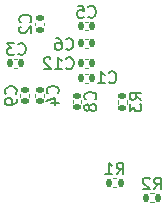
<source format=gbr>
%TF.GenerationSoftware,KiCad,Pcbnew,7.0.5-0*%
%TF.CreationDate,2023-09-08T15:05:08-04:00*%
%TF.ProjectId,rodentdbs,726f6465-6e74-4646-9273-2e6b69636164,rev?*%
%TF.SameCoordinates,Original*%
%TF.FileFunction,Legend,Bot*%
%TF.FilePolarity,Positive*%
%FSLAX46Y46*%
G04 Gerber Fmt 4.6, Leading zero omitted, Abs format (unit mm)*
G04 Created by KiCad (PCBNEW 7.0.5-0) date 2023-09-08 15:05:08*
%MOMM*%
%LPD*%
G01*
G04 APERTURE LIST*
G04 Aperture macros list*
%AMRoundRect*
0 Rectangle with rounded corners*
0 $1 Rounding radius*
0 $2 $3 $4 $5 $6 $7 $8 $9 X,Y pos of 4 corners*
0 Add a 4 corners polygon primitive as box body*
4,1,4,$2,$3,$4,$5,$6,$7,$8,$9,$2,$3,0*
0 Add four circle primitives for the rounded corners*
1,1,$1+$1,$2,$3*
1,1,$1+$1,$4,$5*
1,1,$1+$1,$6,$7*
1,1,$1+$1,$8,$9*
0 Add four rect primitives between the rounded corners*
20,1,$1+$1,$2,$3,$4,$5,0*
20,1,$1+$1,$4,$5,$6,$7,0*
20,1,$1+$1,$6,$7,$8,$9,0*
20,1,$1+$1,$8,$9,$2,$3,0*%
%AMHorizOval*
0 Thick line with rounded ends*
0 $1 width*
0 $2 $3 position (X,Y) of the first rounded end (center of the circle)*
0 $4 $5 position (X,Y) of the second rounded end (center of the circle)*
0 Add line between two ends*
20,1,$1,$2,$3,$4,$5,0*
0 Add two circle primitives to create the rounded ends*
1,1,$1,$2,$3*
1,1,$1,$4,$5*%
%AMRotRect*
0 Rectangle, with rotation*
0 The origin of the aperture is its center*
0 $1 length*
0 $2 width*
0 $3 Rotation angle, in degrees counterclockwise*
0 Add horizontal line*
21,1,$1,$2,0,0,$3*%
G04 Aperture macros list end*
%ADD10C,0.150000*%
%ADD11C,0.120000*%
%ADD12RotRect,1.000000X1.000000X243.440000*%
%ADD13HorizOval,1.000000X0.000000X0.000000X0.000000X0.000000X0*%
%ADD14RotRect,1.000000X1.000000X40.000000*%
%ADD15HorizOval,1.000000X0.000000X0.000000X0.000000X0.000000X0*%
%ADD16RotRect,1.700000X1.700000X300.000000*%
%ADD17HorizOval,1.700000X0.000000X0.000000X0.000000X0.000000X0*%
%ADD18RotRect,1.700000X1.700000X120.000000*%
%ADD19HorizOval,1.700000X0.000000X0.000000X0.000000X0.000000X0*%
%ADD20RoundRect,0.135000X0.185000X-0.135000X0.185000X0.135000X-0.185000X0.135000X-0.185000X-0.135000X0*%
%ADD21RoundRect,0.135000X0.135000X0.185000X-0.135000X0.185000X-0.135000X-0.185000X0.135000X-0.185000X0*%
%ADD22RoundRect,0.140000X0.140000X0.170000X-0.140000X0.170000X-0.140000X-0.170000X0.140000X-0.170000X0*%
%ADD23RoundRect,0.140000X0.170000X-0.140000X0.170000X0.140000X-0.170000X0.140000X-0.170000X-0.140000X0*%
%ADD24RoundRect,0.140000X-0.140000X-0.170000X0.140000X-0.170000X0.140000X0.170000X-0.140000X0.170000X0*%
%ADD25RoundRect,0.140000X-0.170000X0.140000X-0.170000X-0.140000X0.170000X-0.140000X0.170000X0.140000X0*%
G04 APERTURE END LIST*
D10*
%TO.C,R3*%
X144499819Y-131403333D02*
X144023628Y-131070000D01*
X144499819Y-130831905D02*
X143499819Y-130831905D01*
X143499819Y-130831905D02*
X143499819Y-131212857D01*
X143499819Y-131212857D02*
X143547438Y-131308095D01*
X143547438Y-131308095D02*
X143595057Y-131355714D01*
X143595057Y-131355714D02*
X143690295Y-131403333D01*
X143690295Y-131403333D02*
X143833152Y-131403333D01*
X143833152Y-131403333D02*
X143928390Y-131355714D01*
X143928390Y-131355714D02*
X143976009Y-131308095D01*
X143976009Y-131308095D02*
X144023628Y-131212857D01*
X144023628Y-131212857D02*
X144023628Y-130831905D01*
X143499819Y-131736667D02*
X143499819Y-132355714D01*
X143499819Y-132355714D02*
X143880771Y-132022381D01*
X143880771Y-132022381D02*
X143880771Y-132165238D01*
X143880771Y-132165238D02*
X143928390Y-132260476D01*
X143928390Y-132260476D02*
X143976009Y-132308095D01*
X143976009Y-132308095D02*
X144071247Y-132355714D01*
X144071247Y-132355714D02*
X144309342Y-132355714D01*
X144309342Y-132355714D02*
X144404580Y-132308095D01*
X144404580Y-132308095D02*
X144452200Y-132260476D01*
X144452200Y-132260476D02*
X144499819Y-132165238D01*
X144499819Y-132165238D02*
X144499819Y-131879524D01*
X144499819Y-131879524D02*
X144452200Y-131784286D01*
X144452200Y-131784286D02*
X144404580Y-131736667D01*
%TO.C,R2*%
X145581666Y-138984819D02*
X145914999Y-138508628D01*
X146153094Y-138984819D02*
X146153094Y-137984819D01*
X146153094Y-137984819D02*
X145772142Y-137984819D01*
X145772142Y-137984819D02*
X145676904Y-138032438D01*
X145676904Y-138032438D02*
X145629285Y-138080057D01*
X145629285Y-138080057D02*
X145581666Y-138175295D01*
X145581666Y-138175295D02*
X145581666Y-138318152D01*
X145581666Y-138318152D02*
X145629285Y-138413390D01*
X145629285Y-138413390D02*
X145676904Y-138461009D01*
X145676904Y-138461009D02*
X145772142Y-138508628D01*
X145772142Y-138508628D02*
X146153094Y-138508628D01*
X145200713Y-138080057D02*
X145153094Y-138032438D01*
X145153094Y-138032438D02*
X145057856Y-137984819D01*
X145057856Y-137984819D02*
X144819761Y-137984819D01*
X144819761Y-137984819D02*
X144724523Y-138032438D01*
X144724523Y-138032438D02*
X144676904Y-138080057D01*
X144676904Y-138080057D02*
X144629285Y-138175295D01*
X144629285Y-138175295D02*
X144629285Y-138270533D01*
X144629285Y-138270533D02*
X144676904Y-138413390D01*
X144676904Y-138413390D02*
X145248332Y-138984819D01*
X145248332Y-138984819D02*
X144629285Y-138984819D01*
%TO.C,R1*%
X142406666Y-137714819D02*
X142739999Y-137238628D01*
X142978094Y-137714819D02*
X142978094Y-136714819D01*
X142978094Y-136714819D02*
X142597142Y-136714819D01*
X142597142Y-136714819D02*
X142501904Y-136762438D01*
X142501904Y-136762438D02*
X142454285Y-136810057D01*
X142454285Y-136810057D02*
X142406666Y-136905295D01*
X142406666Y-136905295D02*
X142406666Y-137048152D01*
X142406666Y-137048152D02*
X142454285Y-137143390D01*
X142454285Y-137143390D02*
X142501904Y-137191009D01*
X142501904Y-137191009D02*
X142597142Y-137238628D01*
X142597142Y-137238628D02*
X142978094Y-137238628D01*
X141454285Y-137714819D02*
X142025713Y-137714819D01*
X141739999Y-137714819D02*
X141739999Y-136714819D01*
X141739999Y-136714819D02*
X141835237Y-136857676D01*
X141835237Y-136857676D02*
X141930475Y-136952914D01*
X141930475Y-136952914D02*
X142025713Y-137000533D01*
%TO.C,C12*%
X138143027Y-128713817D02*
X138190646Y-128761437D01*
X138190646Y-128761437D02*
X138333503Y-128809056D01*
X138333503Y-128809056D02*
X138428741Y-128809056D01*
X138428741Y-128809056D02*
X138571598Y-128761437D01*
X138571598Y-128761437D02*
X138666836Y-128666198D01*
X138666836Y-128666198D02*
X138714455Y-128570960D01*
X138714455Y-128570960D02*
X138762074Y-128380484D01*
X138762074Y-128380484D02*
X138762074Y-128237627D01*
X138762074Y-128237627D02*
X138714455Y-128047151D01*
X138714455Y-128047151D02*
X138666836Y-127951913D01*
X138666836Y-127951913D02*
X138571598Y-127856675D01*
X138571598Y-127856675D02*
X138428741Y-127809056D01*
X138428741Y-127809056D02*
X138333503Y-127809056D01*
X138333503Y-127809056D02*
X138190646Y-127856675D01*
X138190646Y-127856675D02*
X138143027Y-127904294D01*
X137190646Y-128809056D02*
X137762074Y-128809056D01*
X137476360Y-128809056D02*
X137476360Y-127809056D01*
X137476360Y-127809056D02*
X137571598Y-127951913D01*
X137571598Y-127951913D02*
X137666836Y-128047151D01*
X137666836Y-128047151D02*
X137762074Y-128094770D01*
X136809693Y-127904294D02*
X136762074Y-127856675D01*
X136762074Y-127856675D02*
X136666836Y-127809056D01*
X136666836Y-127809056D02*
X136428741Y-127809056D01*
X136428741Y-127809056D02*
X136333503Y-127856675D01*
X136333503Y-127856675D02*
X136285884Y-127904294D01*
X136285884Y-127904294D02*
X136238265Y-127999532D01*
X136238265Y-127999532D02*
X136238265Y-128094770D01*
X136238265Y-128094770D02*
X136285884Y-128237627D01*
X136285884Y-128237627D02*
X136857312Y-128809056D01*
X136857312Y-128809056D02*
X136238265Y-128809056D01*
%TO.C,C9*%
X133849790Y-130884426D02*
X133897410Y-130836807D01*
X133897410Y-130836807D02*
X133945029Y-130693950D01*
X133945029Y-130693950D02*
X133945029Y-130598712D01*
X133945029Y-130598712D02*
X133897410Y-130455855D01*
X133897410Y-130455855D02*
X133802171Y-130360617D01*
X133802171Y-130360617D02*
X133706933Y-130312998D01*
X133706933Y-130312998D02*
X133516457Y-130265379D01*
X133516457Y-130265379D02*
X133373600Y-130265379D01*
X133373600Y-130265379D02*
X133183124Y-130312998D01*
X133183124Y-130312998D02*
X133087886Y-130360617D01*
X133087886Y-130360617D02*
X132992648Y-130455855D01*
X132992648Y-130455855D02*
X132945029Y-130598712D01*
X132945029Y-130598712D02*
X132945029Y-130693950D01*
X132945029Y-130693950D02*
X132992648Y-130836807D01*
X132992648Y-130836807D02*
X133040267Y-130884426D01*
X133945029Y-131360617D02*
X133945029Y-131551093D01*
X133945029Y-131551093D02*
X133897410Y-131646331D01*
X133897410Y-131646331D02*
X133849790Y-131693950D01*
X133849790Y-131693950D02*
X133706933Y-131789188D01*
X133706933Y-131789188D02*
X133516457Y-131836807D01*
X133516457Y-131836807D02*
X133135505Y-131836807D01*
X133135505Y-131836807D02*
X133040267Y-131789188D01*
X133040267Y-131789188D02*
X132992648Y-131741569D01*
X132992648Y-131741569D02*
X132945029Y-131646331D01*
X132945029Y-131646331D02*
X132945029Y-131455855D01*
X132945029Y-131455855D02*
X132992648Y-131360617D01*
X132992648Y-131360617D02*
X133040267Y-131312998D01*
X133040267Y-131312998D02*
X133135505Y-131265379D01*
X133135505Y-131265379D02*
X133373600Y-131265379D01*
X133373600Y-131265379D02*
X133468838Y-131312998D01*
X133468838Y-131312998D02*
X133516457Y-131360617D01*
X133516457Y-131360617D02*
X133564076Y-131455855D01*
X133564076Y-131455855D02*
X133564076Y-131646331D01*
X133564076Y-131646331D02*
X133516457Y-131741569D01*
X133516457Y-131741569D02*
X133468838Y-131789188D01*
X133468838Y-131789188D02*
X133373600Y-131836807D01*
%TO.C,C8*%
X140584580Y-131373333D02*
X140632200Y-131325714D01*
X140632200Y-131325714D02*
X140679819Y-131182857D01*
X140679819Y-131182857D02*
X140679819Y-131087619D01*
X140679819Y-131087619D02*
X140632200Y-130944762D01*
X140632200Y-130944762D02*
X140536961Y-130849524D01*
X140536961Y-130849524D02*
X140441723Y-130801905D01*
X140441723Y-130801905D02*
X140251247Y-130754286D01*
X140251247Y-130754286D02*
X140108390Y-130754286D01*
X140108390Y-130754286D02*
X139917914Y-130801905D01*
X139917914Y-130801905D02*
X139822676Y-130849524D01*
X139822676Y-130849524D02*
X139727438Y-130944762D01*
X139727438Y-130944762D02*
X139679819Y-131087619D01*
X139679819Y-131087619D02*
X139679819Y-131182857D01*
X139679819Y-131182857D02*
X139727438Y-131325714D01*
X139727438Y-131325714D02*
X139775057Y-131373333D01*
X140108390Y-131944762D02*
X140060771Y-131849524D01*
X140060771Y-131849524D02*
X140013152Y-131801905D01*
X140013152Y-131801905D02*
X139917914Y-131754286D01*
X139917914Y-131754286D02*
X139870295Y-131754286D01*
X139870295Y-131754286D02*
X139775057Y-131801905D01*
X139775057Y-131801905D02*
X139727438Y-131849524D01*
X139727438Y-131849524D02*
X139679819Y-131944762D01*
X139679819Y-131944762D02*
X139679819Y-132135238D01*
X139679819Y-132135238D02*
X139727438Y-132230476D01*
X139727438Y-132230476D02*
X139775057Y-132278095D01*
X139775057Y-132278095D02*
X139870295Y-132325714D01*
X139870295Y-132325714D02*
X139917914Y-132325714D01*
X139917914Y-132325714D02*
X140013152Y-132278095D01*
X140013152Y-132278095D02*
X140060771Y-132230476D01*
X140060771Y-132230476D02*
X140108390Y-132135238D01*
X140108390Y-132135238D02*
X140108390Y-131944762D01*
X140108390Y-131944762D02*
X140156009Y-131849524D01*
X140156009Y-131849524D02*
X140203628Y-131801905D01*
X140203628Y-131801905D02*
X140298866Y-131754286D01*
X140298866Y-131754286D02*
X140489342Y-131754286D01*
X140489342Y-131754286D02*
X140584580Y-131801905D01*
X140584580Y-131801905D02*
X140632200Y-131849524D01*
X140632200Y-131849524D02*
X140679819Y-131944762D01*
X140679819Y-131944762D02*
X140679819Y-132135238D01*
X140679819Y-132135238D02*
X140632200Y-132230476D01*
X140632200Y-132230476D02*
X140584580Y-132278095D01*
X140584580Y-132278095D02*
X140489342Y-132325714D01*
X140489342Y-132325714D02*
X140298866Y-132325714D01*
X140298866Y-132325714D02*
X140203628Y-132278095D01*
X140203628Y-132278095D02*
X140156009Y-132230476D01*
X140156009Y-132230476D02*
X140108390Y-132135238D01*
%TO.C,C6*%
X138130140Y-127085234D02*
X138177759Y-127132854D01*
X138177759Y-127132854D02*
X138320616Y-127180473D01*
X138320616Y-127180473D02*
X138415854Y-127180473D01*
X138415854Y-127180473D02*
X138558711Y-127132854D01*
X138558711Y-127132854D02*
X138653949Y-127037615D01*
X138653949Y-127037615D02*
X138701568Y-126942377D01*
X138701568Y-126942377D02*
X138749187Y-126751901D01*
X138749187Y-126751901D02*
X138749187Y-126609044D01*
X138749187Y-126609044D02*
X138701568Y-126418568D01*
X138701568Y-126418568D02*
X138653949Y-126323330D01*
X138653949Y-126323330D02*
X138558711Y-126228092D01*
X138558711Y-126228092D02*
X138415854Y-126180473D01*
X138415854Y-126180473D02*
X138320616Y-126180473D01*
X138320616Y-126180473D02*
X138177759Y-126228092D01*
X138177759Y-126228092D02*
X138130140Y-126275711D01*
X137272997Y-126180473D02*
X137463473Y-126180473D01*
X137463473Y-126180473D02*
X137558711Y-126228092D01*
X137558711Y-126228092D02*
X137606330Y-126275711D01*
X137606330Y-126275711D02*
X137701568Y-126418568D01*
X137701568Y-126418568D02*
X137749187Y-126609044D01*
X137749187Y-126609044D02*
X137749187Y-126989996D01*
X137749187Y-126989996D02*
X137701568Y-127085234D01*
X137701568Y-127085234D02*
X137653949Y-127132854D01*
X137653949Y-127132854D02*
X137558711Y-127180473D01*
X137558711Y-127180473D02*
X137368235Y-127180473D01*
X137368235Y-127180473D02*
X137272997Y-127132854D01*
X137272997Y-127132854D02*
X137225378Y-127085234D01*
X137225378Y-127085234D02*
X137177759Y-126989996D01*
X137177759Y-126989996D02*
X137177759Y-126751901D01*
X137177759Y-126751901D02*
X137225378Y-126656663D01*
X137225378Y-126656663D02*
X137272997Y-126609044D01*
X137272997Y-126609044D02*
X137368235Y-126561425D01*
X137368235Y-126561425D02*
X137558711Y-126561425D01*
X137558711Y-126561425D02*
X137653949Y-126609044D01*
X137653949Y-126609044D02*
X137701568Y-126656663D01*
X137701568Y-126656663D02*
X137749187Y-126751901D01*
%TO.C,C5*%
X140021666Y-124347080D02*
X140069285Y-124394700D01*
X140069285Y-124394700D02*
X140212142Y-124442319D01*
X140212142Y-124442319D02*
X140307380Y-124442319D01*
X140307380Y-124442319D02*
X140450237Y-124394700D01*
X140450237Y-124394700D02*
X140545475Y-124299461D01*
X140545475Y-124299461D02*
X140593094Y-124204223D01*
X140593094Y-124204223D02*
X140640713Y-124013747D01*
X140640713Y-124013747D02*
X140640713Y-123870890D01*
X140640713Y-123870890D02*
X140593094Y-123680414D01*
X140593094Y-123680414D02*
X140545475Y-123585176D01*
X140545475Y-123585176D02*
X140450237Y-123489938D01*
X140450237Y-123489938D02*
X140307380Y-123442319D01*
X140307380Y-123442319D02*
X140212142Y-123442319D01*
X140212142Y-123442319D02*
X140069285Y-123489938D01*
X140069285Y-123489938D02*
X140021666Y-123537557D01*
X139116904Y-123442319D02*
X139593094Y-123442319D01*
X139593094Y-123442319D02*
X139640713Y-123918509D01*
X139640713Y-123918509D02*
X139593094Y-123870890D01*
X139593094Y-123870890D02*
X139497856Y-123823271D01*
X139497856Y-123823271D02*
X139259761Y-123823271D01*
X139259761Y-123823271D02*
X139164523Y-123870890D01*
X139164523Y-123870890D02*
X139116904Y-123918509D01*
X139116904Y-123918509D02*
X139069285Y-124013747D01*
X139069285Y-124013747D02*
X139069285Y-124251842D01*
X139069285Y-124251842D02*
X139116904Y-124347080D01*
X139116904Y-124347080D02*
X139164523Y-124394700D01*
X139164523Y-124394700D02*
X139259761Y-124442319D01*
X139259761Y-124442319D02*
X139497856Y-124442319D01*
X139497856Y-124442319D02*
X139593094Y-124394700D01*
X139593094Y-124394700D02*
X139640713Y-124347080D01*
%TO.C,C4*%
X137409580Y-130850833D02*
X137457200Y-130803214D01*
X137457200Y-130803214D02*
X137504819Y-130660357D01*
X137504819Y-130660357D02*
X137504819Y-130565119D01*
X137504819Y-130565119D02*
X137457200Y-130422262D01*
X137457200Y-130422262D02*
X137361961Y-130327024D01*
X137361961Y-130327024D02*
X137266723Y-130279405D01*
X137266723Y-130279405D02*
X137076247Y-130231786D01*
X137076247Y-130231786D02*
X136933390Y-130231786D01*
X136933390Y-130231786D02*
X136742914Y-130279405D01*
X136742914Y-130279405D02*
X136647676Y-130327024D01*
X136647676Y-130327024D02*
X136552438Y-130422262D01*
X136552438Y-130422262D02*
X136504819Y-130565119D01*
X136504819Y-130565119D02*
X136504819Y-130660357D01*
X136504819Y-130660357D02*
X136552438Y-130803214D01*
X136552438Y-130803214D02*
X136600057Y-130850833D01*
X136838152Y-131707976D02*
X137504819Y-131707976D01*
X136457200Y-131469881D02*
X137171485Y-131231786D01*
X137171485Y-131231786D02*
X137171485Y-131850833D01*
%TO.C,C3*%
X134094669Y-127498777D02*
X134142288Y-127546397D01*
X134142288Y-127546397D02*
X134285145Y-127594016D01*
X134285145Y-127594016D02*
X134380383Y-127594016D01*
X134380383Y-127594016D02*
X134523240Y-127546397D01*
X134523240Y-127546397D02*
X134618478Y-127451158D01*
X134618478Y-127451158D02*
X134666097Y-127355920D01*
X134666097Y-127355920D02*
X134713716Y-127165444D01*
X134713716Y-127165444D02*
X134713716Y-127022587D01*
X134713716Y-127022587D02*
X134666097Y-126832111D01*
X134666097Y-126832111D02*
X134618478Y-126736873D01*
X134618478Y-126736873D02*
X134523240Y-126641635D01*
X134523240Y-126641635D02*
X134380383Y-126594016D01*
X134380383Y-126594016D02*
X134285145Y-126594016D01*
X134285145Y-126594016D02*
X134142288Y-126641635D01*
X134142288Y-126641635D02*
X134094669Y-126689254D01*
X133761335Y-126594016D02*
X133142288Y-126594016D01*
X133142288Y-126594016D02*
X133475621Y-126974968D01*
X133475621Y-126974968D02*
X133332764Y-126974968D01*
X133332764Y-126974968D02*
X133237526Y-127022587D01*
X133237526Y-127022587D02*
X133189907Y-127070206D01*
X133189907Y-127070206D02*
X133142288Y-127165444D01*
X133142288Y-127165444D02*
X133142288Y-127403539D01*
X133142288Y-127403539D02*
X133189907Y-127498777D01*
X133189907Y-127498777D02*
X133237526Y-127546397D01*
X133237526Y-127546397D02*
X133332764Y-127594016D01*
X133332764Y-127594016D02*
X133618478Y-127594016D01*
X133618478Y-127594016D02*
X133713716Y-127546397D01*
X133713716Y-127546397D02*
X133761335Y-127498777D01*
%TO.C,C2*%
X135089580Y-124825833D02*
X135137200Y-124778214D01*
X135137200Y-124778214D02*
X135184819Y-124635357D01*
X135184819Y-124635357D02*
X135184819Y-124540119D01*
X135184819Y-124540119D02*
X135137200Y-124397262D01*
X135137200Y-124397262D02*
X135041961Y-124302024D01*
X135041961Y-124302024D02*
X134946723Y-124254405D01*
X134946723Y-124254405D02*
X134756247Y-124206786D01*
X134756247Y-124206786D02*
X134613390Y-124206786D01*
X134613390Y-124206786D02*
X134422914Y-124254405D01*
X134422914Y-124254405D02*
X134327676Y-124302024D01*
X134327676Y-124302024D02*
X134232438Y-124397262D01*
X134232438Y-124397262D02*
X134184819Y-124540119D01*
X134184819Y-124540119D02*
X134184819Y-124635357D01*
X134184819Y-124635357D02*
X134232438Y-124778214D01*
X134232438Y-124778214D02*
X134280057Y-124825833D01*
X134280057Y-125206786D02*
X134232438Y-125254405D01*
X134232438Y-125254405D02*
X134184819Y-125349643D01*
X134184819Y-125349643D02*
X134184819Y-125587738D01*
X134184819Y-125587738D02*
X134232438Y-125682976D01*
X134232438Y-125682976D02*
X134280057Y-125730595D01*
X134280057Y-125730595D02*
X134375295Y-125778214D01*
X134375295Y-125778214D02*
X134470533Y-125778214D01*
X134470533Y-125778214D02*
X134613390Y-125730595D01*
X134613390Y-125730595D02*
X135184819Y-125159167D01*
X135184819Y-125159167D02*
X135184819Y-125778214D01*
%TO.C,C1*%
X141771666Y-129899580D02*
X141819285Y-129947200D01*
X141819285Y-129947200D02*
X141962142Y-129994819D01*
X141962142Y-129994819D02*
X142057380Y-129994819D01*
X142057380Y-129994819D02*
X142200237Y-129947200D01*
X142200237Y-129947200D02*
X142295475Y-129851961D01*
X142295475Y-129851961D02*
X142343094Y-129756723D01*
X142343094Y-129756723D02*
X142390713Y-129566247D01*
X142390713Y-129566247D02*
X142390713Y-129423390D01*
X142390713Y-129423390D02*
X142343094Y-129232914D01*
X142343094Y-129232914D02*
X142295475Y-129137676D01*
X142295475Y-129137676D02*
X142200237Y-129042438D01*
X142200237Y-129042438D02*
X142057380Y-128994819D01*
X142057380Y-128994819D02*
X141962142Y-128994819D01*
X141962142Y-128994819D02*
X141819285Y-129042438D01*
X141819285Y-129042438D02*
X141771666Y-129090057D01*
X140819285Y-129994819D02*
X141390713Y-129994819D01*
X141104999Y-129994819D02*
X141104999Y-128994819D01*
X141104999Y-128994819D02*
X141200237Y-129137676D01*
X141200237Y-129137676D02*
X141295475Y-129232914D01*
X141295475Y-129232914D02*
X141390713Y-129280533D01*
D11*
%TO.C,R3*%
X142495000Y-131723641D02*
X142495000Y-131416359D01*
X143255000Y-131723641D02*
X143255000Y-131416359D01*
%TO.C,R2*%
X145568641Y-140080000D02*
X145261359Y-140080000D01*
X145568641Y-139320000D02*
X145261359Y-139320000D01*
%TO.C,R1*%
X142393641Y-138810000D02*
X142086359Y-138810000D01*
X142393641Y-138050000D02*
X142086359Y-138050000D01*
%TO.C,C12*%
X139962836Y-128682500D02*
X139747164Y-128682500D01*
X139962836Y-127962500D02*
X139747164Y-127962500D01*
%TO.C,C9*%
X134260000Y-131125336D02*
X134260000Y-130909664D01*
X134980000Y-131125336D02*
X134980000Y-130909664D01*
%TO.C,C8*%
X138705000Y-131647836D02*
X138705000Y-131432164D01*
X139425000Y-131647836D02*
X139425000Y-131432164D01*
%TO.C,C6*%
X139962836Y-126975000D02*
X139747164Y-126975000D01*
X139962836Y-126255000D02*
X139747164Y-126255000D01*
%TO.C,C5*%
X139962836Y-125507500D02*
X139747164Y-125507500D01*
X139962836Y-124787500D02*
X139747164Y-124787500D01*
%TO.C,C4*%
X135530000Y-131125336D02*
X135530000Y-130909664D01*
X136250000Y-131125336D02*
X136250000Y-130909664D01*
%TO.C,C3*%
X133722164Y-128682500D02*
X133937836Y-128682500D01*
X133722164Y-127962500D02*
X133937836Y-127962500D01*
%TO.C,C2*%
X136250000Y-124884664D02*
X136250000Y-125100336D01*
X135530000Y-124884664D02*
X135530000Y-125100336D01*
%TO.C,C1*%
X139962836Y-129232500D02*
X139747164Y-129232500D01*
X139962836Y-129952500D02*
X139747164Y-129952500D01*
%TD*%
%LPC*%
D12*
%TO.C,J6*%
X150235890Y-123060193D03*
D13*
X149099917Y-122492332D03*
X147963945Y-121924471D03*
X146827972Y-121356610D03*
X145692000Y-120788749D03*
%TD*%
D14*
%TO.C,J2*%
X135255000Y-134620000D03*
D15*
X136071340Y-135592876D03*
%TD*%
D16*
%TO.C,J3*%
X152229852Y-137795000D03*
D17*
X150030148Y-139065000D03*
%TD*%
D18*
%TO.C,J4*%
X138972122Y-117103026D03*
D19*
X141171826Y-115833026D03*
%TD*%
D20*
%TO.C,R3*%
X142875000Y-131060000D03*
X142875000Y-132080000D03*
%TD*%
D21*
%TO.C,R2*%
X144905000Y-139700000D03*
X145925000Y-139700000D03*
%TD*%
%TO.C,R1*%
X141730000Y-138430000D03*
X142750000Y-138430000D03*
%TD*%
D22*
%TO.C,C12*%
X140335000Y-128322500D03*
X139375000Y-128322500D03*
%TD*%
D23*
%TO.C,C9*%
X134620000Y-131497500D03*
X134620000Y-130537500D03*
%TD*%
%TO.C,C8*%
X139065000Y-132020000D03*
X139065000Y-131060000D03*
%TD*%
D22*
%TO.C,C6*%
X140335000Y-126615000D03*
X139375000Y-126615000D03*
%TD*%
%TO.C,C5*%
X140335000Y-125147500D03*
X139375000Y-125147500D03*
%TD*%
D23*
%TO.C,C4*%
X135890000Y-131497500D03*
X135890000Y-130537500D03*
%TD*%
D24*
%TO.C,C3*%
X134310000Y-128322500D03*
X133350000Y-128322500D03*
%TD*%
D25*
%TO.C,C2*%
X135890000Y-124512500D03*
X135890000Y-125472500D03*
%TD*%
D22*
%TO.C,C1*%
X139375000Y-129592500D03*
X140335000Y-129592500D03*
%TD*%
%LPD*%
M02*

</source>
